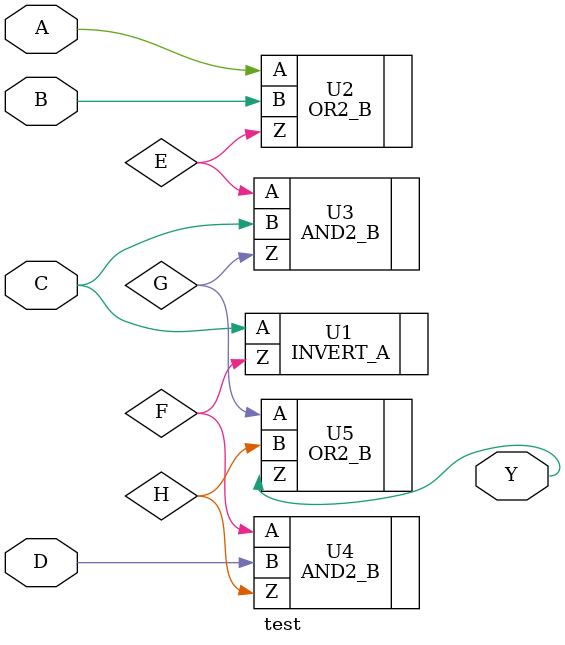
<source format=v>
module test(A,B,C,D,Y);
input A,B,C,D;
output Y;
wire E,F,G,H;
OR2_B U2(.A(A),.B(B),.Z(E));
INVERT_A U1(.A(C),.Z(F));
AND2_B U3(.A(E),.B(C),.Z(G));
AND2_B U4(.A(F),.B(D),.Z(H));
OR2_B U5(.A(G),.B(H),.Z(Y));
endmodule

</source>
